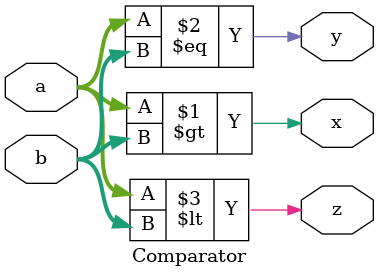
<source format=v>
`timescale 1ns / 1ps


module Comparator(
    input  [3:0] a, b,
    output x, y, z
);
    assign x = (a > b);
    assign y = (a == b);
    assign z = (a < b);
endmodule

</source>
